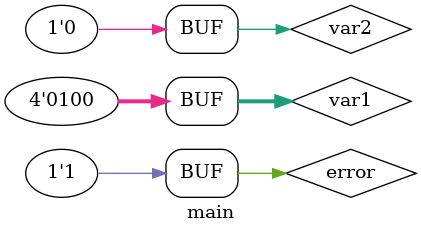
<source format=v>



module main;

reg globvar;

reg [3:0] var1;
reg error;

wire var2 = (var1 == 4'h02);

initial
  begin
    error = 0;
    var1 = 4'h0 ;
    #1 ;
    if(var2 != 1'b0)
      begin
        $display("FAILED continuous <= logical op (1)");
        error = 1;
      end
    #1 ;
    var1 = 4'h2;
    #1 ;
    if(var2 != 1'b1)
      begin
        $display("FAILED continuos <= logical op (2)");
        error = 1;
      end
    #1 ;
    var1 = 4'h4;
    #1 ;
    if(var2 != 1'b0)
      begin
        $display("FAILED continuos <= logical op (3)");
        error = 1;
      end
    if(error == 0)
        $display("PASSED");
  end

endmodule // main

</source>
